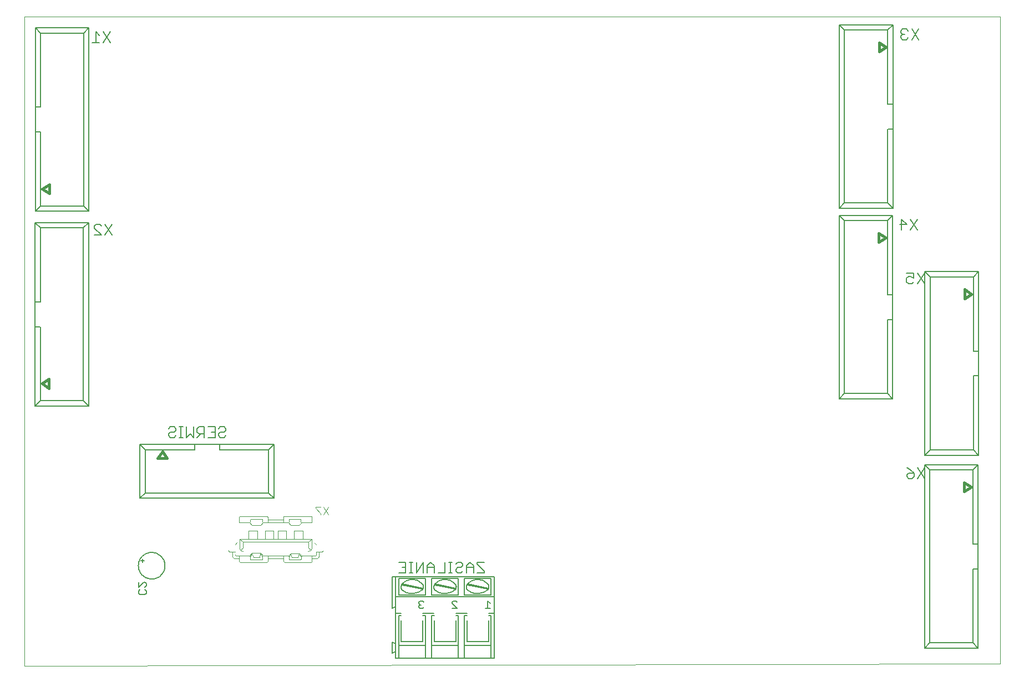
<source format=gbo>
G75*
G70*
%OFA0B0*%
%FSLAX24Y24*%
%IPPOS*%
%LPD*%
%AMOC8*
5,1,8,0,0,1.08239X$1,22.5*
%
%ADD10C,0.0000*%
%ADD11C,0.0080*%
%ADD12C,0.0160*%
%ADD13C,0.0060*%
%ADD14C,0.0050*%
%ADD15C,0.0040*%
%ADD16C,0.0070*%
D10*
X000250Y000210D02*
X000260Y039250D01*
X058872Y039280D01*
X058872Y000320D01*
X000250Y000210D01*
D11*
X007200Y010296D02*
X007515Y010611D01*
X014925Y010611D01*
X015240Y010296D01*
X007200Y010296D01*
X007200Y013524D01*
X007515Y013209D01*
X010472Y013209D01*
X010472Y013217D02*
X010472Y013497D01*
X011968Y013497D02*
X011968Y013217D01*
X011968Y013209D02*
X014925Y013209D01*
X015240Y013524D01*
X015240Y010296D01*
X014925Y010611D02*
X014925Y013209D01*
X015240Y013524D02*
X007200Y013524D01*
X007515Y013209D02*
X007515Y010611D01*
X004114Y015840D02*
X000886Y015840D01*
X001201Y016155D01*
X001201Y020612D01*
X001193Y020612D02*
X000913Y020612D01*
X000913Y022108D02*
X001193Y022108D01*
X001201Y022108D02*
X001201Y026565D01*
X000886Y026880D01*
X004114Y026880D01*
X003799Y026565D01*
X001201Y026565D01*
X000886Y026880D02*
X000886Y015840D01*
X001201Y016155D02*
X003799Y016155D01*
X004114Y015840D01*
X004114Y026880D01*
X003799Y026565D02*
X003799Y016155D01*
X004134Y027550D02*
X000906Y027550D01*
X001221Y027865D01*
X001221Y032322D01*
X001213Y032322D02*
X000933Y032322D01*
X000933Y033818D02*
X001213Y033818D01*
X001221Y033818D02*
X001221Y038275D01*
X000906Y038590D01*
X004134Y038590D01*
X003819Y038275D01*
X001221Y038275D01*
X000906Y038590D02*
X000906Y027550D01*
X001221Y027865D02*
X003819Y027865D01*
X004134Y027550D01*
X004134Y038590D01*
X003819Y038275D02*
X003819Y027865D01*
X049206Y027310D02*
X049206Y016270D01*
X049521Y016585D01*
X052119Y016585D01*
X052434Y016270D01*
X049206Y016270D01*
X049521Y016585D02*
X049521Y026995D01*
X049206Y027310D01*
X052434Y027310D01*
X052119Y026995D01*
X052119Y022538D01*
X052127Y022538D02*
X052407Y022538D01*
X052407Y021042D02*
X052127Y021042D01*
X052119Y021042D02*
X052119Y016585D01*
X052434Y016270D02*
X052434Y027310D01*
X052444Y027740D02*
X052129Y028055D01*
X052129Y032512D01*
X052137Y032512D02*
X052417Y032512D01*
X052417Y034008D02*
X052137Y034008D01*
X052129Y034008D02*
X052129Y038465D01*
X052444Y038780D01*
X052444Y027740D01*
X049216Y027740D01*
X049531Y028055D01*
X052129Y028055D01*
X052119Y026995D02*
X049521Y026995D01*
X049216Y027740D02*
X049216Y038780D01*
X049531Y038465D01*
X049531Y028055D01*
X054356Y023920D02*
X054671Y023605D01*
X054671Y013195D01*
X054356Y012880D01*
X054356Y023920D01*
X057584Y023920D01*
X057269Y023605D01*
X057269Y019148D01*
X057277Y019148D02*
X057557Y019148D01*
X057557Y017652D02*
X057277Y017652D01*
X057269Y017652D02*
X057269Y013195D01*
X057584Y012880D01*
X054356Y012880D01*
X054671Y013195D02*
X057269Y013195D01*
X057584Y012880D02*
X057584Y023920D01*
X057269Y023605D02*
X054671Y023605D01*
X054336Y012310D02*
X054651Y011995D01*
X054651Y001585D01*
X054336Y001270D01*
X054336Y012310D01*
X057564Y012310D01*
X057249Y011995D01*
X057249Y007538D01*
X057257Y007538D02*
X057537Y007538D01*
X057537Y006042D02*
X057257Y006042D01*
X057249Y006042D02*
X057249Y001585D01*
X057564Y001270D01*
X054336Y001270D01*
X054651Y001585D02*
X057249Y001585D01*
X057564Y001270D02*
X057564Y012310D01*
X057249Y011995D02*
X054651Y011995D01*
X052129Y038465D02*
X049531Y038465D01*
X049216Y038780D02*
X052444Y038780D01*
D12*
X051606Y037713D02*
X051606Y037162D01*
X052027Y037437D01*
X051606Y037713D01*
X051596Y026243D02*
X051596Y025692D01*
X052017Y025967D01*
X051596Y026243D01*
X056746Y022853D02*
X056746Y022302D01*
X057167Y022577D01*
X056746Y022853D01*
X056726Y011243D02*
X056726Y010692D01*
X057147Y010967D01*
X056726Y011243D01*
X008818Y012686D02*
X008267Y012686D01*
X008543Y013107D01*
X008818Y012686D01*
X001724Y016907D02*
X001724Y017458D01*
X001303Y017183D01*
X001724Y016907D01*
X001744Y028617D02*
X001744Y029168D01*
X001323Y028893D01*
X001744Y028617D01*
D13*
X004451Y026655D02*
X004557Y026762D01*
X004771Y026762D01*
X004878Y026655D01*
X005095Y026762D02*
X005522Y026121D01*
X005095Y026121D02*
X005522Y026762D01*
X004878Y026121D02*
X004451Y026548D01*
X004451Y026655D01*
X004451Y026121D02*
X004878Y026121D01*
X004975Y037711D02*
X005402Y038352D01*
X004975Y038352D02*
X005402Y037711D01*
X004758Y037711D02*
X004331Y037711D01*
X004544Y037711D02*
X004544Y038352D01*
X004758Y038138D01*
X009022Y014589D02*
X009236Y014589D01*
X009342Y014482D01*
X009342Y014376D01*
X009236Y014269D01*
X009022Y014269D01*
X008915Y014162D01*
X008915Y014055D01*
X009022Y013949D01*
X009236Y013949D01*
X009342Y014055D01*
X009559Y013949D02*
X009772Y013949D01*
X009665Y013949D02*
X009665Y014589D01*
X009559Y014589D02*
X009772Y014589D01*
X009990Y014589D02*
X009990Y013949D01*
X010203Y014162D01*
X010417Y013949D01*
X010417Y014589D01*
X010634Y014482D02*
X010634Y014269D01*
X010741Y014162D01*
X011061Y014162D01*
X010848Y014162D02*
X010634Y013949D01*
X011061Y013949D02*
X011061Y014589D01*
X010741Y014589D01*
X010634Y014482D01*
X011279Y014589D02*
X011706Y014589D01*
X011706Y013949D01*
X011279Y013949D01*
X011492Y014269D02*
X011706Y014269D01*
X011923Y014162D02*
X011923Y014055D01*
X012030Y013949D01*
X012244Y013949D01*
X012350Y014055D01*
X012244Y014269D02*
X012030Y014269D01*
X011923Y014162D01*
X011923Y014482D02*
X012030Y014589D01*
X012244Y014589D01*
X012350Y014482D01*
X012350Y014376D01*
X012244Y014269D01*
X009022Y014589D02*
X008915Y014482D01*
X007350Y006630D02*
X007350Y006430D01*
X007450Y006530D02*
X007250Y006530D01*
X007100Y006230D02*
X007102Y006286D01*
X007108Y006343D01*
X007118Y006398D01*
X007132Y006453D01*
X007149Y006507D01*
X007171Y006559D01*
X007196Y006609D01*
X007224Y006658D01*
X007256Y006705D01*
X007291Y006749D01*
X007329Y006791D01*
X007370Y006830D01*
X007414Y006865D01*
X007460Y006898D01*
X007508Y006927D01*
X007558Y006953D01*
X007610Y006976D01*
X007664Y006994D01*
X007718Y007009D01*
X007773Y007020D01*
X007829Y007027D01*
X007886Y007030D01*
X007942Y007029D01*
X007999Y007024D01*
X008054Y007015D01*
X008109Y007002D01*
X008163Y006985D01*
X008216Y006965D01*
X008267Y006941D01*
X008316Y006913D01*
X008363Y006882D01*
X008408Y006848D01*
X008451Y006810D01*
X008490Y006770D01*
X008527Y006727D01*
X008560Y006682D01*
X008590Y006634D01*
X008617Y006584D01*
X008640Y006533D01*
X008660Y006480D01*
X008676Y006426D01*
X008688Y006370D01*
X008696Y006315D01*
X008700Y006258D01*
X008700Y006202D01*
X008696Y006145D01*
X008688Y006090D01*
X008676Y006034D01*
X008660Y005980D01*
X008640Y005927D01*
X008617Y005876D01*
X008590Y005826D01*
X008560Y005778D01*
X008527Y005733D01*
X008490Y005690D01*
X008451Y005650D01*
X008408Y005612D01*
X008363Y005578D01*
X008316Y005547D01*
X008267Y005519D01*
X008216Y005495D01*
X008163Y005475D01*
X008109Y005458D01*
X008054Y005445D01*
X007999Y005436D01*
X007942Y005431D01*
X007886Y005430D01*
X007829Y005433D01*
X007773Y005440D01*
X007718Y005451D01*
X007664Y005466D01*
X007610Y005484D01*
X007558Y005507D01*
X007508Y005533D01*
X007460Y005562D01*
X007414Y005595D01*
X007370Y005630D01*
X007329Y005669D01*
X007291Y005711D01*
X007256Y005755D01*
X007224Y005802D01*
X007196Y005851D01*
X007171Y005901D01*
X007149Y005953D01*
X007132Y006007D01*
X007118Y006062D01*
X007108Y006117D01*
X007102Y006174D01*
X007100Y006230D01*
X022350Y005580D02*
X022350Y003680D01*
X022550Y003780D01*
X022550Y004380D01*
X028490Y004380D01*
X028490Y005580D01*
X022550Y005580D01*
X022350Y005580D01*
X022550Y005580D02*
X022550Y004380D01*
X022750Y004480D02*
X024350Y004480D01*
X024350Y005480D01*
X022750Y005480D01*
X022750Y004480D01*
X022972Y004738D02*
X022950Y004760D01*
X022931Y004783D01*
X022915Y004809D01*
X022902Y004836D01*
X022892Y004865D01*
X022885Y004894D01*
X022881Y004925D01*
X022881Y004955D01*
X022885Y004985D01*
X022892Y005015D01*
X022902Y005043D01*
X022915Y005071D01*
X022931Y005096D01*
X022950Y005120D01*
X022940Y005080D02*
X024140Y004830D01*
X024190Y004880D02*
X022990Y005130D01*
X022954Y004752D02*
X023003Y004717D01*
X023055Y004686D01*
X023108Y004658D01*
X023163Y004633D01*
X023219Y004612D01*
X023277Y004594D01*
X023335Y004580D01*
X023395Y004570D01*
X023455Y004563D01*
X023515Y004560D01*
X023575Y004561D01*
X023635Y004566D01*
X023695Y004574D01*
X023754Y004586D01*
X023812Y004602D01*
X023869Y004622D01*
X023925Y004645D01*
X023979Y004671D01*
X024031Y004701D01*
X024082Y004734D01*
X024130Y004770D01*
X024113Y004756D02*
X024139Y004773D01*
X024162Y004792D01*
X024182Y004815D01*
X024199Y004839D01*
X024213Y004866D01*
X024224Y004895D01*
X024230Y004924D01*
X024233Y004954D01*
X024232Y004985D01*
X024227Y005014D01*
X024218Y005043D01*
X024205Y005071D01*
X024189Y005096D01*
X024170Y005120D01*
X024720Y005480D02*
X024720Y004480D01*
X026320Y004480D01*
X026320Y005480D01*
X024720Y005480D01*
X024960Y005130D02*
X026160Y004880D01*
X026110Y004830D02*
X024910Y005080D01*
X024920Y005120D02*
X024901Y005096D01*
X024885Y005071D01*
X024872Y005043D01*
X024862Y005015D01*
X024855Y004985D01*
X024851Y004955D01*
X024851Y004925D01*
X024855Y004894D01*
X024862Y004865D01*
X024872Y004836D01*
X024885Y004809D01*
X024901Y004783D01*
X024920Y004760D01*
X024942Y004738D01*
X024918Y005122D02*
X024955Y005162D01*
X024995Y005199D01*
X025037Y005234D01*
X025081Y005265D01*
X025127Y005294D01*
X025175Y005319D01*
X025225Y005342D01*
X025276Y005360D01*
X025328Y005376D01*
X025382Y005387D01*
X025435Y005395D01*
X025490Y005400D01*
X025544Y005401D01*
X025599Y005398D01*
X025653Y005392D01*
X025706Y005382D01*
X025759Y005368D01*
X025810Y005351D01*
X025861Y005330D01*
X025910Y005307D01*
X025957Y005279D01*
X026002Y005249D01*
X026046Y005216D01*
X026086Y005180D01*
X026125Y005141D01*
X026160Y005100D01*
X026140Y005120D02*
X026159Y005096D01*
X026175Y005071D01*
X026188Y005043D01*
X026197Y005014D01*
X026202Y004985D01*
X026203Y004954D01*
X026200Y004924D01*
X026194Y004895D01*
X026183Y004866D01*
X026169Y004839D01*
X026152Y004815D01*
X026132Y004792D01*
X026109Y004773D01*
X026083Y004756D01*
X026690Y004480D02*
X028290Y004480D01*
X028290Y005480D01*
X026690Y005480D01*
X026690Y004480D01*
X026902Y004738D02*
X026880Y004760D01*
X026861Y004783D01*
X026845Y004809D01*
X026832Y004836D01*
X026822Y004865D01*
X026815Y004894D01*
X026811Y004925D01*
X026811Y004955D01*
X026815Y004985D01*
X026822Y005015D01*
X026832Y005043D01*
X026845Y005071D01*
X026861Y005096D01*
X026880Y005120D01*
X026870Y005080D02*
X028070Y004830D01*
X028120Y004880D02*
X026920Y005130D01*
X026884Y004752D02*
X026933Y004717D01*
X026985Y004686D01*
X027038Y004658D01*
X027093Y004633D01*
X027149Y004612D01*
X027207Y004594D01*
X027265Y004580D01*
X027325Y004570D01*
X027385Y004563D01*
X027445Y004560D01*
X027505Y004561D01*
X027565Y004566D01*
X027625Y004574D01*
X027684Y004586D01*
X027742Y004602D01*
X027799Y004622D01*
X027855Y004645D01*
X027909Y004671D01*
X027961Y004701D01*
X028012Y004734D01*
X028060Y004770D01*
X028043Y004756D02*
X028069Y004773D01*
X028092Y004792D01*
X028112Y004815D01*
X028129Y004839D01*
X028143Y004866D01*
X028154Y004895D01*
X028160Y004924D01*
X028163Y004954D01*
X028162Y004985D01*
X028157Y005014D01*
X028148Y005043D01*
X028135Y005071D01*
X028119Y005096D01*
X028100Y005120D01*
X028120Y005100D02*
X028085Y005141D01*
X028046Y005180D01*
X028006Y005216D01*
X027962Y005249D01*
X027917Y005279D01*
X027870Y005307D01*
X027821Y005330D01*
X027770Y005351D01*
X027719Y005368D01*
X027666Y005382D01*
X027613Y005392D01*
X027559Y005398D01*
X027504Y005401D01*
X027450Y005400D01*
X027395Y005395D01*
X027342Y005387D01*
X027288Y005376D01*
X027236Y005360D01*
X027185Y005342D01*
X027135Y005319D01*
X027087Y005294D01*
X027041Y005265D01*
X026997Y005234D01*
X026955Y005199D01*
X026915Y005162D01*
X026878Y005122D01*
X026100Y004770D02*
X026052Y004734D01*
X026001Y004701D01*
X025949Y004671D01*
X025895Y004645D01*
X025839Y004622D01*
X025782Y004602D01*
X025724Y004586D01*
X025665Y004574D01*
X025605Y004566D01*
X025545Y004561D01*
X025485Y004560D01*
X025425Y004563D01*
X025365Y004570D01*
X025305Y004580D01*
X025247Y004594D01*
X025189Y004612D01*
X025133Y004633D01*
X025078Y004658D01*
X025025Y004686D01*
X024973Y004717D01*
X024924Y004752D01*
X024190Y005100D02*
X024155Y005141D01*
X024116Y005180D01*
X024075Y005216D01*
X024032Y005249D01*
X023987Y005279D01*
X023940Y005307D01*
X023891Y005330D01*
X023840Y005351D01*
X023789Y005368D01*
X023736Y005382D01*
X023683Y005392D01*
X023628Y005398D01*
X023574Y005401D01*
X023520Y005400D01*
X023465Y005395D01*
X023412Y005387D01*
X023358Y005376D01*
X023306Y005360D01*
X023255Y005341D01*
X023205Y005319D01*
X023157Y005294D01*
X023111Y005265D01*
X023067Y005234D01*
X023025Y005199D01*
X022985Y005162D01*
X022948Y005122D01*
X022550Y003780D02*
X022550Y003380D01*
X022900Y003380D01*
X022900Y003230D02*
X022750Y003230D01*
X022750Y001430D01*
X024350Y001430D01*
X024350Y003230D01*
X024190Y003230D01*
X024200Y003380D02*
X024860Y003380D01*
X024870Y003230D02*
X024720Y003230D01*
X024720Y001430D01*
X024720Y000680D01*
X024350Y000680D01*
X022750Y000680D01*
X022750Y001430D01*
X022550Y001530D02*
X022550Y003380D01*
X022900Y002930D02*
X022900Y001680D01*
X024200Y001680D01*
X024200Y002930D01*
X024870Y002930D02*
X024870Y001680D01*
X026170Y001680D01*
X026170Y002930D01*
X026170Y003230D02*
X026320Y003230D01*
X026320Y001430D01*
X024720Y001430D01*
X024350Y001430D02*
X024350Y000680D01*
X024720Y000680D02*
X026320Y000680D01*
X026690Y000680D01*
X028290Y000680D01*
X028290Y001430D01*
X026690Y001430D01*
X026690Y003230D01*
X026840Y003230D01*
X026840Y003380D02*
X026170Y003380D01*
X026840Y002930D02*
X026840Y001680D01*
X028140Y001680D01*
X028140Y002930D01*
X028140Y003230D02*
X028290Y003230D01*
X028290Y001430D01*
X028290Y000680D02*
X028490Y000680D01*
X028490Y003380D01*
X028140Y003380D01*
X028490Y003380D02*
X028490Y004380D01*
X026690Y001430D02*
X026690Y000680D01*
X026320Y000680D02*
X026320Y001430D01*
X022750Y000680D02*
X022550Y000680D01*
X022550Y001080D01*
X022550Y001530D01*
X022350Y001630D01*
X022350Y000980D01*
X022550Y001080D01*
X053275Y011585D02*
X053275Y011692D01*
X053382Y011799D01*
X053702Y011799D01*
X053702Y011585D01*
X053596Y011479D01*
X053382Y011479D01*
X053275Y011585D01*
X053489Y012012D02*
X053702Y011799D01*
X053489Y012012D02*
X053275Y012119D01*
X053920Y012119D02*
X054347Y011479D01*
X053920Y011479D02*
X054347Y012119D01*
X054337Y023209D02*
X053910Y023849D01*
X053692Y023849D02*
X053692Y023529D01*
X053479Y023636D01*
X053372Y023636D01*
X053265Y023529D01*
X053265Y023315D01*
X053372Y023209D01*
X053586Y023209D01*
X053692Y023315D01*
X053910Y023209D02*
X054337Y023849D01*
X053692Y023849D02*
X053265Y023849D01*
X053500Y026439D02*
X053927Y027079D01*
X053500Y027079D02*
X053927Y026439D01*
X053282Y026759D02*
X052962Y027079D01*
X052962Y026439D01*
X052855Y026759D02*
X053282Y026759D01*
X053246Y037879D02*
X053352Y037985D01*
X053246Y037879D02*
X053032Y037879D01*
X052925Y037985D01*
X052925Y038092D01*
X053032Y038199D01*
X053139Y038199D01*
X053032Y038199D02*
X052925Y038306D01*
X052925Y038412D01*
X053032Y038519D01*
X053246Y038519D01*
X053352Y038412D01*
X053570Y038519D02*
X053997Y037879D01*
X053570Y037879D02*
X053997Y038519D01*
D14*
X007575Y005170D02*
X007575Y005020D01*
X007500Y004945D01*
X007500Y004784D02*
X007575Y004709D01*
X007575Y004559D01*
X007500Y004484D01*
X007200Y004484D01*
X007125Y004559D01*
X007125Y004709D01*
X007200Y004784D01*
X007125Y004945D02*
X007425Y005245D01*
X007500Y005245D01*
X007575Y005170D01*
X007125Y005245D02*
X007125Y004945D01*
X023945Y004030D02*
X023945Y003955D01*
X024020Y003880D01*
X023945Y003805D01*
X023945Y003730D01*
X024020Y003655D01*
X024170Y003655D01*
X024245Y003730D01*
X024095Y003880D02*
X024020Y003880D01*
X023945Y004030D02*
X024020Y004105D01*
X024170Y004105D01*
X024245Y004030D01*
X025945Y004030D02*
X025945Y003955D01*
X026245Y003655D01*
X025945Y003655D01*
X025945Y004030D02*
X026020Y004105D01*
X026170Y004105D01*
X026245Y004030D01*
X027945Y003655D02*
X028245Y003655D01*
X028095Y003655D02*
X028095Y004105D01*
X028245Y003955D01*
D15*
X018515Y009305D02*
X018208Y009765D01*
X018054Y009765D02*
X017748Y009765D01*
X017748Y009688D01*
X018054Y009382D01*
X018054Y009305D01*
X018208Y009305D02*
X018515Y009765D01*
X017534Y009145D02*
X017534Y008824D01*
X017534Y008833D02*
X016893Y008833D01*
X016859Y008875D01*
X016859Y008993D01*
X016860Y008993D02*
X016858Y009006D01*
X016853Y009019D01*
X016845Y009029D01*
X016835Y009037D01*
X016822Y009042D01*
X016809Y009044D01*
X016809Y009043D02*
X016202Y009043D01*
X016189Y009042D01*
X016176Y009037D01*
X016165Y009030D01*
X016156Y009021D01*
X016149Y009010D01*
X016144Y008997D01*
X016143Y008984D01*
X016143Y008858D01*
X016109Y008824D01*
X016252Y008655D01*
X016767Y008655D01*
X016902Y008824D01*
X016977Y008335D02*
X016455Y008335D01*
X016455Y007838D01*
X016008Y007829D02*
X015999Y007829D01*
X015999Y008335D01*
X015485Y008335D01*
X015485Y007846D01*
X015215Y007838D02*
X015215Y008335D01*
X014701Y008335D01*
X014701Y007829D01*
X014237Y007829D02*
X014237Y008335D01*
X013723Y008335D01*
X013723Y007829D01*
X013377Y007669D02*
X013377Y007306D01*
X013242Y007188D01*
X013183Y007315D02*
X013183Y007821D01*
X013191Y007821D01*
X013377Y007669D01*
X017315Y007669D01*
X017323Y007306D01*
X017450Y007197D01*
X017526Y007357D02*
X017526Y007821D01*
X017315Y007669D01*
X017526Y007821D02*
X013191Y007821D01*
X013023Y007618D02*
X012921Y007509D01*
X012905Y007062D02*
X012618Y007062D01*
X012618Y007061D02*
X012599Y007063D01*
X012580Y007068D01*
X012563Y007076D01*
X012547Y007087D01*
X012534Y007100D01*
X012523Y007116D01*
X012515Y007133D01*
X012510Y007152D01*
X012508Y007171D01*
X012744Y007053D02*
X012744Y006843D01*
X012746Y006818D01*
X012751Y006793D01*
X012760Y006769D01*
X012772Y006747D01*
X012787Y006727D01*
X012805Y006709D01*
X012825Y006694D01*
X012847Y006682D01*
X012871Y006673D01*
X012896Y006668D01*
X012921Y006666D01*
X012921Y006665D02*
X013158Y006665D01*
X013158Y006522D01*
X013160Y006506D01*
X013164Y006490D01*
X013172Y006475D01*
X013183Y006463D01*
X013195Y006452D01*
X013210Y006444D01*
X013226Y006440D01*
X013242Y006438D01*
X014802Y006438D01*
X014817Y006439D01*
X014831Y006444D01*
X014844Y006451D01*
X014856Y006460D01*
X014865Y006472D01*
X014872Y006485D01*
X014877Y006499D01*
X014878Y006514D01*
X014878Y006665D01*
X015805Y006665D01*
X015814Y006539D02*
X015814Y006826D01*
X014583Y006826D01*
X014549Y006792D01*
X014549Y006615D01*
X013832Y006615D01*
X013832Y006775D01*
X013933Y006961D01*
X013925Y006969D02*
X014009Y006741D01*
X014380Y006741D01*
X014431Y006969D01*
X014541Y006767D01*
X014583Y006826D02*
X014448Y006986D01*
X013916Y006986D01*
X013782Y006826D01*
X013158Y006826D01*
X013158Y006665D01*
X013158Y006826D02*
X012981Y006826D01*
X012966Y006828D01*
X012952Y006833D01*
X012939Y006841D01*
X012929Y006851D01*
X012921Y006864D01*
X012916Y006878D01*
X012914Y006893D01*
X013183Y007315D02*
X013185Y007287D01*
X013190Y007260D01*
X013199Y007234D01*
X013211Y007210D01*
X013227Y007187D01*
X013245Y007166D01*
X013266Y007148D01*
X013289Y007132D01*
X013313Y007120D01*
X013339Y007111D01*
X013366Y007106D01*
X013394Y007104D01*
X013782Y006826D02*
X013832Y006775D01*
X014878Y006826D02*
X014878Y006665D01*
X015814Y006826D02*
X016117Y006826D01*
X016159Y006767D01*
X016261Y006944D01*
X016328Y006724D01*
X016691Y006724D01*
X016767Y006969D01*
X016775Y006977D02*
X016252Y006977D01*
X016117Y006826D01*
X016159Y006767D02*
X016159Y006623D01*
X016160Y006616D01*
X016164Y006611D01*
X016169Y006607D01*
X016176Y006606D01*
X016817Y006606D01*
X016830Y006607D01*
X016843Y006612D01*
X016854Y006619D01*
X016863Y006628D01*
X016870Y006639D01*
X016875Y006652D01*
X016876Y006665D01*
X016876Y006767D01*
X016910Y006826D01*
X016910Y006826D01*
X017711Y006826D01*
X017770Y006665D02*
X017796Y006667D01*
X017822Y006673D01*
X017847Y006682D01*
X017871Y006695D01*
X017892Y006710D01*
X017911Y006729D01*
X017926Y006750D01*
X017939Y006774D01*
X017948Y006799D01*
X017954Y006825D01*
X017956Y006851D01*
X017956Y007053D01*
X018090Y007062D02*
X017795Y007062D01*
X017795Y006910D01*
X017793Y006894D01*
X017789Y006878D01*
X017781Y006863D01*
X017770Y006851D01*
X017758Y006840D01*
X017743Y006832D01*
X017727Y006828D01*
X017711Y006826D01*
X017770Y006665D02*
X017534Y006665D01*
X017534Y006826D01*
X017534Y006665D02*
X017534Y006505D01*
X017533Y006505D02*
X017531Y006490D01*
X017526Y006476D01*
X017518Y006463D01*
X017508Y006453D01*
X017495Y006445D01*
X017481Y006440D01*
X017466Y006438D01*
X015915Y006438D01*
X015897Y006440D01*
X015880Y006444D01*
X015865Y006452D01*
X015850Y006462D01*
X015838Y006474D01*
X015828Y006489D01*
X015820Y006504D01*
X015816Y006521D01*
X015814Y006539D01*
X016767Y006927D02*
X016868Y006750D01*
X016910Y006834D02*
X016775Y006977D01*
X017273Y007104D02*
X017303Y007106D01*
X017334Y007111D01*
X017363Y007120D01*
X017391Y007133D01*
X017417Y007149D01*
X017441Y007168D01*
X017462Y007189D01*
X017481Y007213D01*
X017497Y007239D01*
X017510Y007267D01*
X017519Y007296D01*
X017524Y007327D01*
X017526Y007357D01*
X017677Y007601D02*
X017787Y007500D01*
X018174Y007146D02*
X018172Y007130D01*
X018168Y007114D01*
X018160Y007099D01*
X018149Y007087D01*
X018137Y007076D01*
X018122Y007068D01*
X018106Y007064D01*
X018090Y007062D01*
X016977Y007838D02*
X016977Y008335D01*
X016109Y008824D02*
X015814Y008824D01*
X014878Y008824D01*
X014583Y008824D01*
X014549Y008858D01*
X014549Y008984D01*
X014548Y008997D01*
X014543Y009010D01*
X014536Y009021D01*
X014527Y009030D01*
X014516Y009037D01*
X014503Y009042D01*
X014490Y009043D01*
X013883Y009043D01*
X013883Y009044D02*
X013870Y009042D01*
X013858Y009037D01*
X013847Y009029D01*
X013839Y009019D01*
X013834Y009006D01*
X013832Y008993D01*
X013832Y008875D01*
X013798Y008833D01*
X013158Y008833D01*
X013158Y009144D01*
X013160Y009159D01*
X013165Y009173D01*
X013173Y009186D01*
X013183Y009196D01*
X013196Y009204D01*
X013210Y009209D01*
X013225Y009211D01*
X013225Y009212D02*
X014802Y009212D01*
X014817Y009211D01*
X014831Y009206D01*
X014844Y009199D01*
X014856Y009190D01*
X014865Y009178D01*
X014872Y009165D01*
X014877Y009151D01*
X014878Y009136D01*
X014878Y008984D01*
X014878Y008824D01*
X014878Y008984D02*
X015805Y008984D01*
X015814Y008824D02*
X015814Y009145D01*
X015816Y009160D01*
X015821Y009174D01*
X015829Y009187D01*
X015839Y009197D01*
X015852Y009205D01*
X015866Y009210D01*
X015881Y009212D01*
X017467Y009212D01*
X017482Y009210D01*
X017496Y009205D01*
X017509Y009197D01*
X017519Y009187D01*
X017527Y009174D01*
X017532Y009160D01*
X017534Y009145D01*
X014583Y008824D02*
X014439Y008655D01*
X013925Y008655D01*
X013790Y008824D01*
D16*
X022738Y006436D02*
X023158Y006436D01*
X023158Y005805D01*
X022738Y005805D01*
X022948Y006120D02*
X023158Y006120D01*
X023378Y005805D02*
X023588Y005805D01*
X023483Y005805D02*
X023483Y006436D01*
X023588Y006436D02*
X023378Y006436D01*
X023812Y006436D02*
X023812Y005805D01*
X024233Y006436D01*
X024233Y005805D01*
X024457Y005805D02*
X024457Y006225D01*
X024667Y006436D01*
X024877Y006225D01*
X024877Y005805D01*
X025101Y005805D02*
X025522Y005805D01*
X025522Y006436D01*
X025741Y006436D02*
X025951Y006436D01*
X025846Y006436D02*
X025846Y005805D01*
X025951Y005805D02*
X025741Y005805D01*
X026176Y005910D02*
X026176Y006015D01*
X026281Y006120D01*
X026491Y006120D01*
X026596Y006225D01*
X026596Y006330D01*
X026491Y006436D01*
X026281Y006436D01*
X026176Y006330D01*
X026820Y006225D02*
X026820Y005805D01*
X026596Y005910D02*
X026491Y005805D01*
X026281Y005805D01*
X026176Y005910D01*
X026820Y006120D02*
X027240Y006120D01*
X027240Y006225D02*
X027030Y006436D01*
X026820Y006225D01*
X027240Y006225D02*
X027240Y005805D01*
X027465Y005805D02*
X027885Y005805D01*
X027885Y005910D01*
X027465Y006330D01*
X027465Y006436D01*
X027885Y006436D01*
X024877Y006120D02*
X024457Y006120D01*
M02*

</source>
